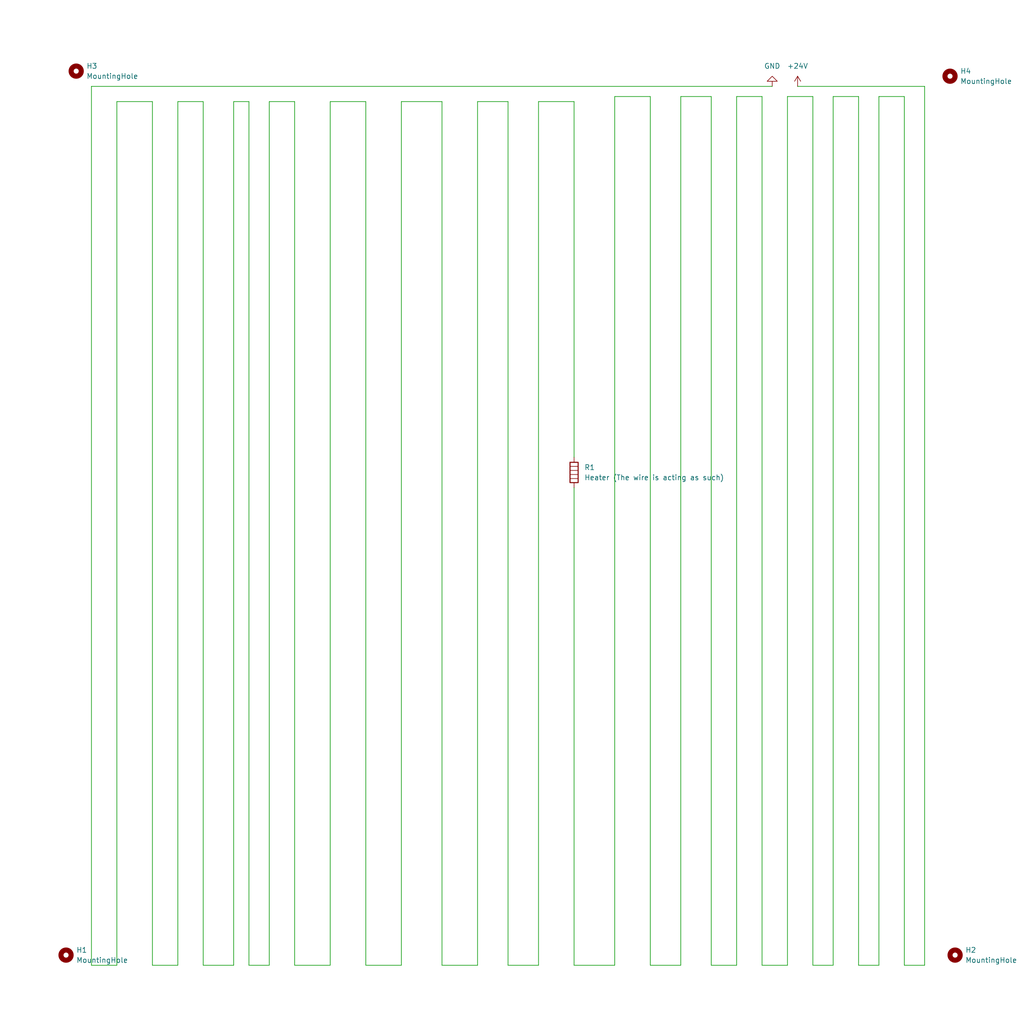
<source format=kicad_sch>
(kicad_sch
	(version 20231120)
	(generator "eeschema")
	(generator_version "8.0")
	(uuid "14efe16a-8bba-4cf8-9f8e-10e245f73ff3")
	(paper "User" 256 256)
	(lib_symbols
		(symbol "Device:Heater"
			(pin_numbers hide)
			(pin_names
				(offset 0)
			)
			(exclude_from_sim no)
			(in_bom yes)
			(on_board yes)
			(property "Reference" "R"
				(at 2.032 0 90)
				(effects
					(font
						(size 1.27 1.27)
					)
				)
			)
			(property "Value" "Heater"
				(at -2.032 0 90)
				(effects
					(font
						(size 1.27 1.27)
					)
				)
			)
			(property "Footprint" ""
				(at -1.778 0 90)
				(effects
					(font
						(size 1.27 1.27)
					)
					(hide yes)
				)
			)
			(property "Datasheet" "~"
				(at 0 0 0)
				(effects
					(font
						(size 1.27 1.27)
					)
					(hide yes)
				)
			)
			(property "Description" "Resistive heater"
				(at 0 0 0)
				(effects
					(font
						(size 1.27 1.27)
					)
					(hide yes)
				)
			)
			(property "ki_keywords" "heater R resistor"
				(at 0 0 0)
				(effects
					(font
						(size 1.27 1.27)
					)
					(hide yes)
				)
			)
			(symbol "Heater_0_1"
				(rectangle
					(start -1.016 -2.54)
					(end 1.016 2.54)
					(stroke
						(width 0.254)
						(type default)
					)
					(fill
						(type none)
					)
				)
				(polyline
					(pts
						(xy -1.016 1.524) (xy 1.016 1.524)
					)
					(stroke
						(width 0)
						(type default)
					)
					(fill
						(type none)
					)
				)
				(polyline
					(pts
						(xy 1.016 -1.524) (xy -1.016 -1.524)
					)
					(stroke
						(width 0)
						(type default)
					)
					(fill
						(type none)
					)
				)
				(polyline
					(pts
						(xy 1.016 -0.508) (xy -1.016 -0.508)
					)
					(stroke
						(width 0)
						(type default)
					)
					(fill
						(type none)
					)
				)
				(polyline
					(pts
						(xy 1.016 0.508) (xy -1.016 0.508)
					)
					(stroke
						(width 0)
						(type default)
					)
					(fill
						(type none)
					)
				)
			)
			(symbol "Heater_1_1"
				(pin passive line
					(at 0 3.81 270)
					(length 1.27)
					(name "~"
						(effects
							(font
								(size 1.27 1.27)
							)
						)
					)
					(number "1"
						(effects
							(font
								(size 1.27 1.27)
							)
						)
					)
				)
				(pin passive line
					(at 0 -3.81 90)
					(length 1.27)
					(name "~"
						(effects
							(font
								(size 1.27 1.27)
							)
						)
					)
					(number "2"
						(effects
							(font
								(size 1.27 1.27)
							)
						)
					)
				)
			)
		)
		(symbol "Mechanical:MountingHole"
			(pin_names
				(offset 1.016)
			)
			(exclude_from_sim yes)
			(in_bom no)
			(on_board yes)
			(property "Reference" "H"
				(at 0 5.08 0)
				(effects
					(font
						(size 1.27 1.27)
					)
				)
			)
			(property "Value" "MountingHole"
				(at 0 3.175 0)
				(effects
					(font
						(size 1.27 1.27)
					)
				)
			)
			(property "Footprint" ""
				(at 0 0 0)
				(effects
					(font
						(size 1.27 1.27)
					)
					(hide yes)
				)
			)
			(property "Datasheet" "~"
				(at 0 0 0)
				(effects
					(font
						(size 1.27 1.27)
					)
					(hide yes)
				)
			)
			(property "Description" "Mounting Hole without connection"
				(at 0 0 0)
				(effects
					(font
						(size 1.27 1.27)
					)
					(hide yes)
				)
			)
			(property "ki_keywords" "mounting hole"
				(at 0 0 0)
				(effects
					(font
						(size 1.27 1.27)
					)
					(hide yes)
				)
			)
			(property "ki_fp_filters" "MountingHole*"
				(at 0 0 0)
				(effects
					(font
						(size 1.27 1.27)
					)
					(hide yes)
				)
			)
			(symbol "MountingHole_0_1"
				(circle
					(center 0 0)
					(radius 1.27)
					(stroke
						(width 1.27)
						(type default)
					)
					(fill
						(type none)
					)
				)
			)
		)
		(symbol "power:+24V"
			(power)
			(pin_numbers hide)
			(pin_names
				(offset 0) hide)
			(exclude_from_sim no)
			(in_bom yes)
			(on_board yes)
			(property "Reference" "#PWR"
				(at 0 -3.81 0)
				(effects
					(font
						(size 1.27 1.27)
					)
					(hide yes)
				)
			)
			(property "Value" "+24V"
				(at 0 3.556 0)
				(effects
					(font
						(size 1.27 1.27)
					)
				)
			)
			(property "Footprint" ""
				(at 0 0 0)
				(effects
					(font
						(size 1.27 1.27)
					)
					(hide yes)
				)
			)
			(property "Datasheet" ""
				(at 0 0 0)
				(effects
					(font
						(size 1.27 1.27)
					)
					(hide yes)
				)
			)
			(property "Description" "Power symbol creates a global label with name \"+24V\""
				(at 0 0 0)
				(effects
					(font
						(size 1.27 1.27)
					)
					(hide yes)
				)
			)
			(property "ki_keywords" "global power"
				(at 0 0 0)
				(effects
					(font
						(size 1.27 1.27)
					)
					(hide yes)
				)
			)
			(symbol "+24V_0_1"
				(polyline
					(pts
						(xy -0.762 1.27) (xy 0 2.54)
					)
					(stroke
						(width 0)
						(type default)
					)
					(fill
						(type none)
					)
				)
				(polyline
					(pts
						(xy 0 0) (xy 0 2.54)
					)
					(stroke
						(width 0)
						(type default)
					)
					(fill
						(type none)
					)
				)
				(polyline
					(pts
						(xy 0 2.54) (xy 0.762 1.27)
					)
					(stroke
						(width 0)
						(type default)
					)
					(fill
						(type none)
					)
				)
			)
			(symbol "+24V_1_1"
				(pin power_in line
					(at 0 0 90)
					(length 0)
					(name "~"
						(effects
							(font
								(size 1.27 1.27)
							)
						)
					)
					(number "1"
						(effects
							(font
								(size 1.27 1.27)
							)
						)
					)
				)
			)
		)
		(symbol "power:GND"
			(power)
			(pin_numbers hide)
			(pin_names
				(offset 0) hide)
			(exclude_from_sim no)
			(in_bom yes)
			(on_board yes)
			(property "Reference" "#PWR"
				(at 0 -6.35 0)
				(effects
					(font
						(size 1.27 1.27)
					)
					(hide yes)
				)
			)
			(property "Value" "GND"
				(at 0 -3.81 0)
				(effects
					(font
						(size 1.27 1.27)
					)
				)
			)
			(property "Footprint" ""
				(at 0 0 0)
				(effects
					(font
						(size 1.27 1.27)
					)
					(hide yes)
				)
			)
			(property "Datasheet" ""
				(at 0 0 0)
				(effects
					(font
						(size 1.27 1.27)
					)
					(hide yes)
				)
			)
			(property "Description" "Power symbol creates a global label with name \"GND\" , ground"
				(at 0 0 0)
				(effects
					(font
						(size 1.27 1.27)
					)
					(hide yes)
				)
			)
			(property "ki_keywords" "global power"
				(at 0 0 0)
				(effects
					(font
						(size 1.27 1.27)
					)
					(hide yes)
				)
			)
			(symbol "GND_0_1"
				(polyline
					(pts
						(xy 0 0) (xy 0 -1.27) (xy 1.27 -1.27) (xy 0 -2.54) (xy -1.27 -1.27) (xy 0 -1.27)
					)
					(stroke
						(width 0)
						(type default)
					)
					(fill
						(type none)
					)
				)
			)
			(symbol "GND_1_1"
				(pin power_in line
					(at 0 0 270)
					(length 0)
					(name "~"
						(effects
							(font
								(size 1.27 1.27)
							)
						)
					)
					(number "1"
						(effects
							(font
								(size 1.27 1.27)
							)
						)
					)
				)
			)
		)
	)
	(wire
		(pts
			(xy 127 241.3) (xy 127 25.4)
		)
		(stroke
			(width 0)
			(type default)
		)
		(uuid "0207e810-7337-4789-9740-dcd7fbfbbd6b")
	)
	(wire
		(pts
			(xy 196.85 24.13) (xy 196.85 241.3)
		)
		(stroke
			(width 0)
			(type default)
		)
		(uuid "05b49628-3e13-4f56-b8a9-18b9f8ec16fc")
	)
	(wire
		(pts
			(xy 58.42 241.3) (xy 50.8 241.3)
		)
		(stroke
			(width 0)
			(type default)
		)
		(uuid "06feef8a-7d85-4222-baff-d2b5c0d41e46")
	)
	(wire
		(pts
			(xy 203.2 241.3) (xy 203.2 24.13)
		)
		(stroke
			(width 0)
			(type default)
		)
		(uuid "094d7b2a-a434-4a3f-ac18-eb7964aeb880")
	)
	(wire
		(pts
			(xy 22.86 21.59) (xy 22.86 241.3)
		)
		(stroke
			(width 0)
			(type default)
		)
		(uuid "099bc411-11fc-4629-b53f-c2e2fdc632eb")
	)
	(wire
		(pts
			(xy 190.5 241.3) (xy 190.5 24.13)
		)
		(stroke
			(width 0)
			(type default)
		)
		(uuid "0f45f783-bd15-48f8-8414-eecca12ec0f8")
	)
	(wire
		(pts
			(xy 143.51 25.4) (xy 143.51 114.3)
		)
		(stroke
			(width 0)
			(type default)
		)
		(uuid "1a41e087-eacc-43ba-bb99-51c803f84080")
	)
	(wire
		(pts
			(xy 177.8 241.3) (xy 177.8 24.13)
		)
		(stroke
			(width 0)
			(type default)
		)
		(uuid "22a34259-c51e-4157-ab0b-4412be581577")
	)
	(wire
		(pts
			(xy 82.55 241.3) (xy 73.66 241.3)
		)
		(stroke
			(width 0)
			(type default)
		)
		(uuid "2319ef1e-596d-4f19-a395-3112511bfc68")
	)
	(wire
		(pts
			(xy 177.8 24.13) (xy 170.18 24.13)
		)
		(stroke
			(width 0)
			(type default)
		)
		(uuid "2401bf2a-139c-4362-8a08-c749f7a85852")
	)
	(wire
		(pts
			(xy 91.44 241.3) (xy 91.44 25.4)
		)
		(stroke
			(width 0)
			(type default)
		)
		(uuid "256a88e6-1efe-44c1-933a-6bf5e4a76d06")
	)
	(wire
		(pts
			(xy 44.45 25.4) (xy 44.45 241.3)
		)
		(stroke
			(width 0)
			(type default)
		)
		(uuid "2d5e347c-0f7c-452f-bb2b-72f79c672a79")
	)
	(wire
		(pts
			(xy 50.8 241.3) (xy 50.8 25.4)
		)
		(stroke
			(width 0)
			(type default)
		)
		(uuid "32344ba6-3684-467d-a84f-aa40abe8eb78")
	)
	(wire
		(pts
			(xy 119.38 241.3) (xy 110.49 241.3)
		)
		(stroke
			(width 0)
			(type default)
		)
		(uuid "3b190abb-538a-4ce2-8da2-d9102c4823c8")
	)
	(wire
		(pts
			(xy 208.28 241.3) (xy 203.2 241.3)
		)
		(stroke
			(width 0)
			(type default)
		)
		(uuid "3dba86fe-8f79-41d6-9561-5b1f972efe6d")
	)
	(wire
		(pts
			(xy 22.86 21.59) (xy 193.04 21.59)
		)
		(stroke
			(width 0)
			(type default)
		)
		(uuid "3f224233-297b-45af-83a6-69ecfbc10914")
	)
	(wire
		(pts
			(xy 231.14 21.59) (xy 231.14 241.3)
		)
		(stroke
			(width 0)
			(type default)
		)
		(uuid "405898a2-df3d-4528-b970-2b649334674b")
	)
	(wire
		(pts
			(xy 184.15 241.3) (xy 177.8 241.3)
		)
		(stroke
			(width 0)
			(type default)
		)
		(uuid "43da46b5-5e7a-49a7-91e5-0f4ec26994ca")
	)
	(wire
		(pts
			(xy 162.56 241.3) (xy 162.56 24.13)
		)
		(stroke
			(width 0)
			(type default)
		)
		(uuid "474957e5-3c34-4d23-bdff-e14908f1b54f")
	)
	(wire
		(pts
			(xy 153.67 24.13) (xy 153.67 241.3)
		)
		(stroke
			(width 0)
			(type default)
		)
		(uuid "480f4427-ff3b-421e-a95f-0a69c555b642")
	)
	(wire
		(pts
			(xy 119.38 25.4) (xy 119.38 241.3)
		)
		(stroke
			(width 0)
			(type default)
		)
		(uuid "4a0bbeaf-037d-4d96-949b-d9f0272ef5d3")
	)
	(wire
		(pts
			(xy 162.56 24.13) (xy 153.67 24.13)
		)
		(stroke
			(width 0)
			(type default)
		)
		(uuid "4a35e4ac-42c0-4548-b713-0b8aae876ac6")
	)
	(wire
		(pts
			(xy 143.51 241.3) (xy 153.67 241.3)
		)
		(stroke
			(width 0)
			(type default)
		)
		(uuid "4af933ca-88e5-492c-acd9-0c702bd949c8")
	)
	(wire
		(pts
			(xy 134.62 25.4) (xy 134.62 241.3)
		)
		(stroke
			(width 0)
			(type default)
		)
		(uuid "4b76be9a-e257-4e03-b49c-a2094bb4acf4")
	)
	(wire
		(pts
			(xy 38.1 25.4) (xy 29.21 25.4)
		)
		(stroke
			(width 0)
			(type default)
		)
		(uuid "554ac7fe-e4ca-49d0-b3bc-7f3e74290030")
	)
	(wire
		(pts
			(xy 67.31 25.4) (xy 67.31 241.3)
		)
		(stroke
			(width 0)
			(type default)
		)
		(uuid "57d6674d-f170-4666-9281-1313c69cb9ca")
	)
	(wire
		(pts
			(xy 67.31 241.3) (xy 62.23 241.3)
		)
		(stroke
			(width 0)
			(type default)
		)
		(uuid "5ba0b207-6ad0-42b3-b237-17629198dce1")
	)
	(wire
		(pts
			(xy 226.06 24.13) (xy 219.71 24.13)
		)
		(stroke
			(width 0)
			(type default)
		)
		(uuid "5dbc0fdd-8fda-4fc0-b1a5-10da8a010597")
	)
	(wire
		(pts
			(xy 190.5 24.13) (xy 184.15 24.13)
		)
		(stroke
			(width 0)
			(type default)
		)
		(uuid "63d6593c-9d1b-414b-a947-9ce8c62a448e")
	)
	(wire
		(pts
			(xy 82.55 25.4) (xy 82.55 241.3)
		)
		(stroke
			(width 0)
			(type default)
		)
		(uuid "6533c68d-9684-4e16-80d3-0a37e1409ecf")
	)
	(wire
		(pts
			(xy 170.18 24.13) (xy 170.18 241.3)
		)
		(stroke
			(width 0)
			(type default)
		)
		(uuid "6e178f9c-5397-412d-9f65-1dafb8c9c0e7")
	)
	(wire
		(pts
			(xy 38.1 241.3) (xy 38.1 25.4)
		)
		(stroke
			(width 0)
			(type default)
		)
		(uuid "71e0d394-0295-48c3-9cdb-8719fed866dd")
	)
	(wire
		(pts
			(xy 73.66 25.4) (xy 73.66 241.3)
		)
		(stroke
			(width 0)
			(type default)
		)
		(uuid "71e9e331-4668-4525-9760-b202e1e92f86")
	)
	(wire
		(pts
			(xy 100.33 25.4) (xy 100.33 241.3)
		)
		(stroke
			(width 0)
			(type default)
		)
		(uuid "768c5b47-43bc-4b59-8242-1d7b3652d550")
	)
	(wire
		(pts
			(xy 196.85 241.3) (xy 190.5 241.3)
		)
		(stroke
			(width 0)
			(type default)
		)
		(uuid "788999a1-7d7e-40cc-9026-9a54f7e98cb3")
	)
	(wire
		(pts
			(xy 58.42 25.4) (xy 58.42 241.3)
		)
		(stroke
			(width 0)
			(type default)
		)
		(uuid "7e8a8942-40df-443b-b66a-bc261f4abdd6")
	)
	(wire
		(pts
			(xy 219.71 241.3) (xy 214.63 241.3)
		)
		(stroke
			(width 0)
			(type default)
		)
		(uuid "8e22b4ec-62db-4e76-a92e-db857b0747a4")
	)
	(wire
		(pts
			(xy 62.23 241.3) (xy 62.23 25.4)
		)
		(stroke
			(width 0)
			(type default)
		)
		(uuid "93636f32-7c1a-485c-bf5f-2e52243959f7")
	)
	(wire
		(pts
			(xy 110.49 25.4) (xy 100.33 25.4)
		)
		(stroke
			(width 0)
			(type default)
		)
		(uuid "949a7267-e813-4ff2-9d12-d2e8518e9009")
	)
	(wire
		(pts
			(xy 231.14 241.3) (xy 226.06 241.3)
		)
		(stroke
			(width 0)
			(type default)
		)
		(uuid "998e2a10-8376-4750-bf4c-bf4b0e13923a")
	)
	(wire
		(pts
			(xy 127 25.4) (xy 119.38 25.4)
		)
		(stroke
			(width 0)
			(type default)
		)
		(uuid "9bd690a8-6eec-4cfb-8aa3-9b8aa60e50c5")
	)
	(wire
		(pts
			(xy 219.71 24.13) (xy 219.71 241.3)
		)
		(stroke
			(width 0)
			(type default)
		)
		(uuid "9d6fc418-8a57-4582-81ca-553410dfae0b")
	)
	(wire
		(pts
			(xy 214.63 241.3) (xy 214.63 24.13)
		)
		(stroke
			(width 0)
			(type default)
		)
		(uuid "9e4eb6d9-b520-4ea4-ab79-b03f474ac9a4")
	)
	(wire
		(pts
			(xy 29.21 25.4) (xy 29.21 241.3)
		)
		(stroke
			(width 0)
			(type default)
		)
		(uuid "9f6e6491-7449-49b5-8a47-a241de83050c")
	)
	(wire
		(pts
			(xy 50.8 25.4) (xy 44.45 25.4)
		)
		(stroke
			(width 0)
			(type default)
		)
		(uuid "a4cacb59-604f-438d-9b56-4a9131873e6a")
	)
	(wire
		(pts
			(xy 44.45 241.3) (xy 38.1 241.3)
		)
		(stroke
			(width 0)
			(type default)
		)
		(uuid "acf7a146-978f-4cd2-8ce3-7c787e3da386")
	)
	(wire
		(pts
			(xy 143.51 121.92) (xy 143.51 241.3)
		)
		(stroke
			(width 0)
			(type default)
		)
		(uuid "bb7169b0-56de-4edb-a0c3-bb0ae6aaa6ec")
	)
	(wire
		(pts
			(xy 100.33 241.3) (xy 91.44 241.3)
		)
		(stroke
			(width 0)
			(type default)
		)
		(uuid "c999a362-287d-4aa1-a619-4c5be06a70f3")
	)
	(wire
		(pts
			(xy 226.06 241.3) (xy 226.06 24.13)
		)
		(stroke
			(width 0)
			(type default)
		)
		(uuid "cc454924-bcc4-4093-bab9-5ef41dd39ee9")
	)
	(wire
		(pts
			(xy 62.23 25.4) (xy 58.42 25.4)
		)
		(stroke
			(width 0)
			(type default)
		)
		(uuid "cc6d24a2-e817-486f-b135-e3f86a1e3c4e")
	)
	(wire
		(pts
			(xy 170.18 241.3) (xy 162.56 241.3)
		)
		(stroke
			(width 0)
			(type default)
		)
		(uuid "d46f8df2-d84e-461b-80d4-85b71fd02c40")
	)
	(wire
		(pts
			(xy 91.44 25.4) (xy 82.55 25.4)
		)
		(stroke
			(width 0)
			(type default)
		)
		(uuid "d4e96a5f-70aa-4fc7-bc1e-8d60570169ba")
	)
	(wire
		(pts
			(xy 134.62 241.3) (xy 127 241.3)
		)
		(stroke
			(width 0)
			(type default)
		)
		(uuid "e0ebdf2b-33b4-4f22-a31e-aa309507a623")
	)
	(wire
		(pts
			(xy 134.62 25.4) (xy 143.51 25.4)
		)
		(stroke
			(width 0)
			(type default)
		)
		(uuid "e1de3057-702b-4cec-b90b-7fc02854ba22")
	)
	(wire
		(pts
			(xy 208.28 24.13) (xy 208.28 241.3)
		)
		(stroke
			(width 0)
			(type default)
		)
		(uuid "e5b51910-135d-4566-a9c7-4625f3dd2799")
	)
	(wire
		(pts
			(xy 203.2 24.13) (xy 196.85 24.13)
		)
		(stroke
			(width 0)
			(type default)
		)
		(uuid "e73e5a91-2649-41a6-8e9f-2f192cd11e23")
	)
	(wire
		(pts
			(xy 29.21 241.3) (xy 22.86 241.3)
		)
		(stroke
			(width 0)
			(type default)
		)
		(uuid "eb46dfce-eb70-4849-a6ef-e403a83c732b")
	)
	(wire
		(pts
			(xy 110.49 241.3) (xy 110.49 25.4)
		)
		(stroke
			(width 0)
			(type default)
		)
		(uuid "ec68be1f-0d9e-4c8a-bd46-7862ebe9f609")
	)
	(wire
		(pts
			(xy 214.63 24.13) (xy 208.28 24.13)
		)
		(stroke
			(width 0)
			(type default)
		)
		(uuid "f83a755f-e193-4e86-a669-1f45f072293e")
	)
	(wire
		(pts
			(xy 73.66 25.4) (xy 67.31 25.4)
		)
		(stroke
			(width 0)
			(type default)
		)
		(uuid "f92fff14-7baf-4ee9-8efd-e1123f53c020")
	)
	(wire
		(pts
			(xy 184.15 24.13) (xy 184.15 241.3)
		)
		(stroke
			(width 0)
			(type default)
		)
		(uuid "fba866a4-4201-426b-b3f6-64e198b2b0d0")
	)
	(wire
		(pts
			(xy 199.39 21.59) (xy 231.14 21.59)
		)
		(stroke
			(width 0)
			(type default)
		)
		(uuid "fbee0e17-c8ec-419f-bd58-e3155a107bbb")
	)
	(symbol
		(lib_id "Mechanical:MountingHole")
		(at 19.05 17.78 0)
		(unit 1)
		(exclude_from_sim yes)
		(in_bom no)
		(on_board yes)
		(dnp no)
		(fields_autoplaced yes)
		(uuid "0cc19dc5-0863-4291-baed-2b4bf6df21cc")
		(property "Reference" "H3"
			(at 21.59 16.5099 0)
			(effects
				(font
					(size 1.27 1.27)
				)
				(justify left)
			)
		)
		(property "Value" "MountingHole"
			(at 21.59 19.0499 0)
			(effects
				(font
					(size 1.27 1.27)
				)
				(justify left)
			)
		)
		(property "Footprint" ""
			(at 19.05 17.78 0)
			(effects
				(font
					(size 1.27 1.27)
				)
				(hide yes)
			)
		)
		(property "Datasheet" "~"
			(at 19.05 17.78 0)
			(effects
				(font
					(size 1.27 1.27)
				)
				(hide yes)
			)
		)
		(property "Description" "Mounting Hole without connection"
			(at 19.05 17.78 0)
			(effects
				(font
					(size 1.27 1.27)
				)
				(hide yes)
			)
		)
		(instances
			(project ""
				(path "/14efe16a-8bba-4cf8-9f8e-10e245f73ff3"
					(reference "H3")
					(unit 1)
				)
			)
		)
	)
	(symbol
		(lib_id "Mechanical:MountingHole")
		(at 16.51 238.76 0)
		(unit 1)
		(exclude_from_sim yes)
		(in_bom no)
		(on_board yes)
		(dnp no)
		(fields_autoplaced yes)
		(uuid "15d6ffe9-13c7-4c8c-89a0-1b13b52db077")
		(property "Reference" "H1"
			(at 19.05 237.4899 0)
			(effects
				(font
					(size 1.27 1.27)
				)
				(justify left)
			)
		)
		(property "Value" "MountingHole"
			(at 19.05 240.0299 0)
			(effects
				(font
					(size 1.27 1.27)
				)
				(justify left)
			)
		)
		(property "Footprint" ""
			(at 16.51 238.76 0)
			(effects
				(font
					(size 1.27 1.27)
				)
				(hide yes)
			)
		)
		(property "Datasheet" "~"
			(at 16.51 238.76 0)
			(effects
				(font
					(size 1.27 1.27)
				)
				(hide yes)
			)
		)
		(property "Description" "Mounting Hole without connection"
			(at 16.51 238.76 0)
			(effects
				(font
					(size 1.27 1.27)
				)
				(hide yes)
			)
		)
		(instances
			(project ""
				(path "/14efe16a-8bba-4cf8-9f8e-10e245f73ff3"
					(reference "H1")
					(unit 1)
				)
			)
		)
	)
	(symbol
		(lib_id "power:GND")
		(at 193.04 21.59 180)
		(unit 1)
		(exclude_from_sim no)
		(in_bom yes)
		(on_board yes)
		(dnp no)
		(fields_autoplaced yes)
		(uuid "2ee1093f-981e-498c-a0fd-84b1261b8481")
		(property "Reference" "#PWR02"
			(at 193.04 15.24 0)
			(effects
				(font
					(size 1.27 1.27)
				)
				(hide yes)
			)
		)
		(property "Value" "GND"
			(at 193.04 16.51 0)
			(effects
				(font
					(size 1.27 1.27)
				)
			)
		)
		(property "Footprint" ""
			(at 193.04 21.59 0)
			(effects
				(font
					(size 1.27 1.27)
				)
				(hide yes)
			)
		)
		(property "Datasheet" ""
			(at 193.04 21.59 0)
			(effects
				(font
					(size 1.27 1.27)
				)
				(hide yes)
			)
		)
		(property "Description" "Power symbol creates a global label with name \"GND\" , ground"
			(at 193.04 21.59 0)
			(effects
				(font
					(size 1.27 1.27)
				)
				(hide yes)
			)
		)
		(pin "1"
			(uuid "9c9b95f2-aac6-4640-b087-f86f2f363c50")
		)
		(instances
			(project ""
				(path "/14efe16a-8bba-4cf8-9f8e-10e245f73ff3"
					(reference "#PWR02")
					(unit 1)
				)
			)
		)
	)
	(symbol
		(lib_id "Mechanical:MountingHole")
		(at 238.76 238.76 0)
		(unit 1)
		(exclude_from_sim yes)
		(in_bom no)
		(on_board yes)
		(dnp no)
		(fields_autoplaced yes)
		(uuid "4fb20727-c05b-4deb-b48e-ad6302de8e9e")
		(property "Reference" "H2"
			(at 241.3 237.4899 0)
			(effects
				(font
					(size 1.27 1.27)
				)
				(justify left)
			)
		)
		(property "Value" "MountingHole"
			(at 241.3 240.0299 0)
			(effects
				(font
					(size 1.27 1.27)
				)
				(justify left)
			)
		)
		(property "Footprint" ""
			(at 238.76 238.76 0)
			(effects
				(font
					(size 1.27 1.27)
				)
				(hide yes)
			)
		)
		(property "Datasheet" "~"
			(at 238.76 238.76 0)
			(effects
				(font
					(size 1.27 1.27)
				)
				(hide yes)
			)
		)
		(property "Description" "Mounting Hole without connection"
			(at 238.76 238.76 0)
			(effects
				(font
					(size 1.27 1.27)
				)
				(hide yes)
			)
		)
		(instances
			(project ""
				(path "/14efe16a-8bba-4cf8-9f8e-10e245f73ff3"
					(reference "H2")
					(unit 1)
				)
			)
		)
	)
	(symbol
		(lib_id "Device:Heater")
		(at 143.51 118.11 0)
		(unit 1)
		(exclude_from_sim no)
		(in_bom yes)
		(on_board yes)
		(dnp no)
		(fields_autoplaced yes)
		(uuid "7a34c7d9-ed3a-4927-b9f6-3c649984019c")
		(property "Reference" "R1"
			(at 146.05 116.8399 0)
			(effects
				(font
					(size 1.27 1.27)
				)
				(justify left)
			)
		)
		(property "Value" "Heater (The wire is acting as such)"
			(at 146.05 119.3799 0)
			(effects
				(font
					(size 1.27 1.27)
				)
				(justify left)
			)
		)
		(property "Footprint" ""
			(at 141.732 118.11 90)
			(effects
				(font
					(size 1.27 1.27)
				)
				(hide yes)
			)
		)
		(property "Datasheet" "~"
			(at 143.51 118.11 0)
			(effects
				(font
					(size 1.27 1.27)
				)
				(hide yes)
			)
		)
		(property "Description" "Resistive heater"
			(at 143.51 118.11 0)
			(effects
				(font
					(size 1.27 1.27)
				)
				(hide yes)
			)
		)
		(pin "2"
			(uuid "1fb7a1cf-b913-410f-b1ef-77e4708ef498")
		)
		(pin "1"
			(uuid "3a9f3005-7636-455f-bb37-22224e881294")
		)
		(instances
			(project ""
				(path "/14efe16a-8bba-4cf8-9f8e-10e245f73ff3"
					(reference "R1")
					(unit 1)
				)
			)
		)
	)
	(symbol
		(lib_id "power:+24V")
		(at 199.39 21.59 0)
		(unit 1)
		(exclude_from_sim no)
		(in_bom yes)
		(on_board yes)
		(dnp no)
		(fields_autoplaced yes)
		(uuid "aae8dcfa-c28f-459f-b2de-6f46aabce6a6")
		(property "Reference" "#PWR01"
			(at 199.39 25.4 0)
			(effects
				(font
					(size 1.27 1.27)
				)
				(hide yes)
			)
		)
		(property "Value" "+24V"
			(at 199.39 16.51 0)
			(effects
				(font
					(size 1.27 1.27)
				)
			)
		)
		(property "Footprint" ""
			(at 199.39 21.59 0)
			(effects
				(font
					(size 1.27 1.27)
				)
				(hide yes)
			)
		)
		(property "Datasheet" ""
			(at 199.39 21.59 0)
			(effects
				(font
					(size 1.27 1.27)
				)
				(hide yes)
			)
		)
		(property "Description" "Power symbol creates a global label with name \"+24V\""
			(at 199.39 21.59 0)
			(effects
				(font
					(size 1.27 1.27)
				)
				(hide yes)
			)
		)
		(pin "1"
			(uuid "d0025ffa-bc14-470e-b72d-191256d1a5ae")
		)
		(instances
			(project ""
				(path "/14efe16a-8bba-4cf8-9f8e-10e245f73ff3"
					(reference "#PWR01")
					(unit 1)
				)
			)
		)
	)
	(symbol
		(lib_id "Mechanical:MountingHole")
		(at 237.49 19.05 0)
		(unit 1)
		(exclude_from_sim yes)
		(in_bom no)
		(on_board yes)
		(dnp no)
		(fields_autoplaced yes)
		(uuid "e2705479-7ab5-42a8-9897-3ea3469b7ee2")
		(property "Reference" "H4"
			(at 240.03 17.7799 0)
			(effects
				(font
					(size 1.27 1.27)
				)
				(justify left)
			)
		)
		(property "Value" "MountingHole"
			(at 240.03 20.3199 0)
			(effects
				(font
					(size 1.27 1.27)
				)
				(justify left)
			)
		)
		(property "Footprint" ""
			(at 237.49 19.05 0)
			(effects
				(font
					(size 1.27 1.27)
				)
				(hide yes)
			)
		)
		(property "Datasheet" "~"
			(at 237.49 19.05 0)
			(effects
				(font
					(size 1.27 1.27)
				)
				(hide yes)
			)
		)
		(property "Description" "Mounting Hole without connection"
			(at 237.49 19.05 0)
			(effects
				(font
					(size 1.27 1.27)
				)
				(hide yes)
			)
		)
		(instances
			(project ""
				(path "/14efe16a-8bba-4cf8-9f8e-10e245f73ff3"
					(reference "H4")
					(unit 1)
				)
			)
		)
	)
	(sheet_instances
		(path "/"
			(page "1")
		)
	)
)

</source>
